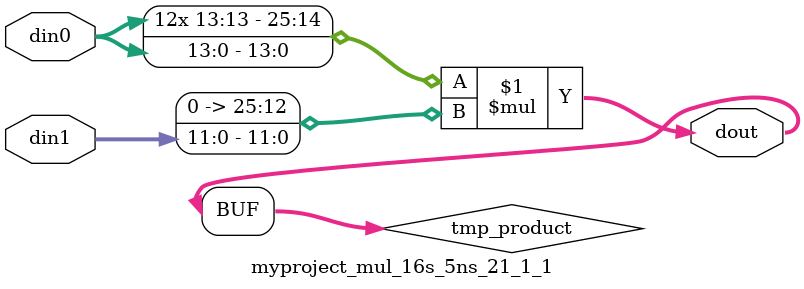
<source format=v>

`timescale 1 ns / 1 ps

  module myproject_mul_16s_5ns_21_1_1(din0, din1, dout);
parameter ID = 1;
parameter NUM_STAGE = 0;
parameter din0_WIDTH = 14;
parameter din1_WIDTH = 12;
parameter dout_WIDTH = 26;

input [din0_WIDTH - 1 : 0] din0; 
input [din1_WIDTH - 1 : 0] din1; 
output [dout_WIDTH - 1 : 0] dout;

wire signed [dout_WIDTH - 1 : 0] tmp_product;












assign tmp_product = $signed(din0) * $signed({1'b0, din1});









assign dout = tmp_product;







endmodule

</source>
